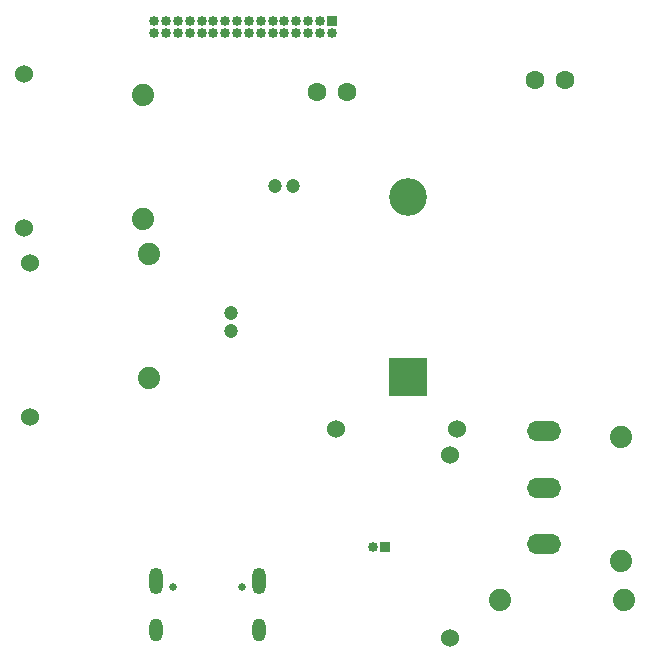
<source format=gbr>
%TF.GenerationSoftware,KiCad,Pcbnew,8.0.8*%
%TF.CreationDate,2025-03-27T18:49:55+02:00*%
%TF.ProjectId,Main PCB,4d61696e-2050-4434-922e-6b696361645f,v1*%
%TF.SameCoordinates,Original*%
%TF.FileFunction,Soldermask,Bot*%
%TF.FilePolarity,Negative*%
%FSLAX46Y46*%
G04 Gerber Fmt 4.6, Leading zero omitted, Abs format (unit mm)*
G04 Created by KiCad (PCBNEW 8.0.8) date 2025-03-27 18:49:55*
%MOMM*%
%LPD*%
G01*
G04 APERTURE LIST*
%ADD10O,2.900000X1.700000*%
%ADD11C,1.879500*%
%ADD12R,0.850000X0.850000*%
%ADD13O,0.850000X0.850000*%
%ADD14C,1.600000*%
%ADD15C,1.200000*%
%ADD16O,1.154000X1.954000*%
%ADD17O,1.154000X2.254000*%
%ADD18C,0.650000*%
%ADD19C,1.524000*%
%ADD20R,3.200000X3.200000*%
%ADD21O,3.200000X3.200000*%
G04 APERTURE END LIST*
D10*
%TO.C,SW1*%
X170500000Y-88700000D03*
X170500000Y-93500000D03*
X170500000Y-98300000D03*
%TD*%
D11*
%TO.C,R17*%
X177000000Y-89250000D03*
X177000000Y-99750000D03*
%TD*%
D12*
%TO.C,J3*%
X157000000Y-98500000D03*
D13*
X156000000Y-98500000D03*
%TD*%
D14*
%TO.C,C10*%
X169730000Y-59000000D03*
X172270000Y-59000000D03*
%TD*%
D15*
%TO.C,C13*%
X144000000Y-78750000D03*
X144000000Y-80250000D03*
%TD*%
D16*
%TO.C,J1*%
X146325000Y-105575000D03*
X137675000Y-105575000D03*
D17*
X146325000Y-101375000D03*
X137675000Y-101375000D03*
D18*
X144890000Y-101895000D03*
X139110000Y-101895000D03*
%TD*%
D19*
%TO.C,R11*%
X162500000Y-106250000D03*
X162500000Y-90750000D03*
%TD*%
D12*
%TO.C,J2*%
X152500000Y-54000000D03*
D13*
X152500000Y-55000000D03*
X151500000Y-54000000D03*
X151500000Y-55000000D03*
X150500000Y-54000000D03*
X150500000Y-55000000D03*
X149500000Y-54000000D03*
X149500000Y-55000000D03*
X148500000Y-54000000D03*
X148500000Y-55000000D03*
X147500000Y-54000000D03*
X147500000Y-55000000D03*
X146500000Y-54000000D03*
X146500000Y-55000000D03*
X145500000Y-54000000D03*
X145500000Y-55000000D03*
X144500000Y-54000000D03*
X144500000Y-55000000D03*
X143500000Y-54000000D03*
X143500000Y-55000000D03*
X142500000Y-54000000D03*
X142500000Y-55000000D03*
X141500000Y-54000000D03*
X141500000Y-55000000D03*
X140500000Y-54000000D03*
X140500000Y-55000000D03*
X139500000Y-54000000D03*
X139500000Y-55000000D03*
X138500000Y-54000000D03*
X138500000Y-55000000D03*
X137500000Y-54000000D03*
X137500000Y-55000000D03*
%TD*%
D15*
%TO.C,C11*%
X147750000Y-68000000D03*
X149250000Y-68000000D03*
%TD*%
D19*
%TO.C,R14*%
X127000000Y-74500000D03*
X127000000Y-87500000D03*
%TD*%
D11*
%TO.C,R12*%
X166750000Y-103000000D03*
X177250000Y-103000000D03*
%TD*%
D19*
%TO.C,R16*%
X126500000Y-58500000D03*
X126500000Y-71500000D03*
%TD*%
D14*
%TO.C,C8*%
X151230000Y-60000000D03*
X153770000Y-60000000D03*
%TD*%
D19*
%TO.C,R10*%
X152850000Y-88500000D03*
X163150000Y-88500000D03*
%TD*%
D11*
%TO.C,R15*%
X136500000Y-70750000D03*
X136500000Y-60250000D03*
%TD*%
%TO.C,R13*%
X137000000Y-84250000D03*
X137000000Y-73750000D03*
%TD*%
D20*
%TO.C,D1*%
X159000000Y-84120000D03*
D21*
X159000000Y-68880000D03*
%TD*%
M02*

</source>
